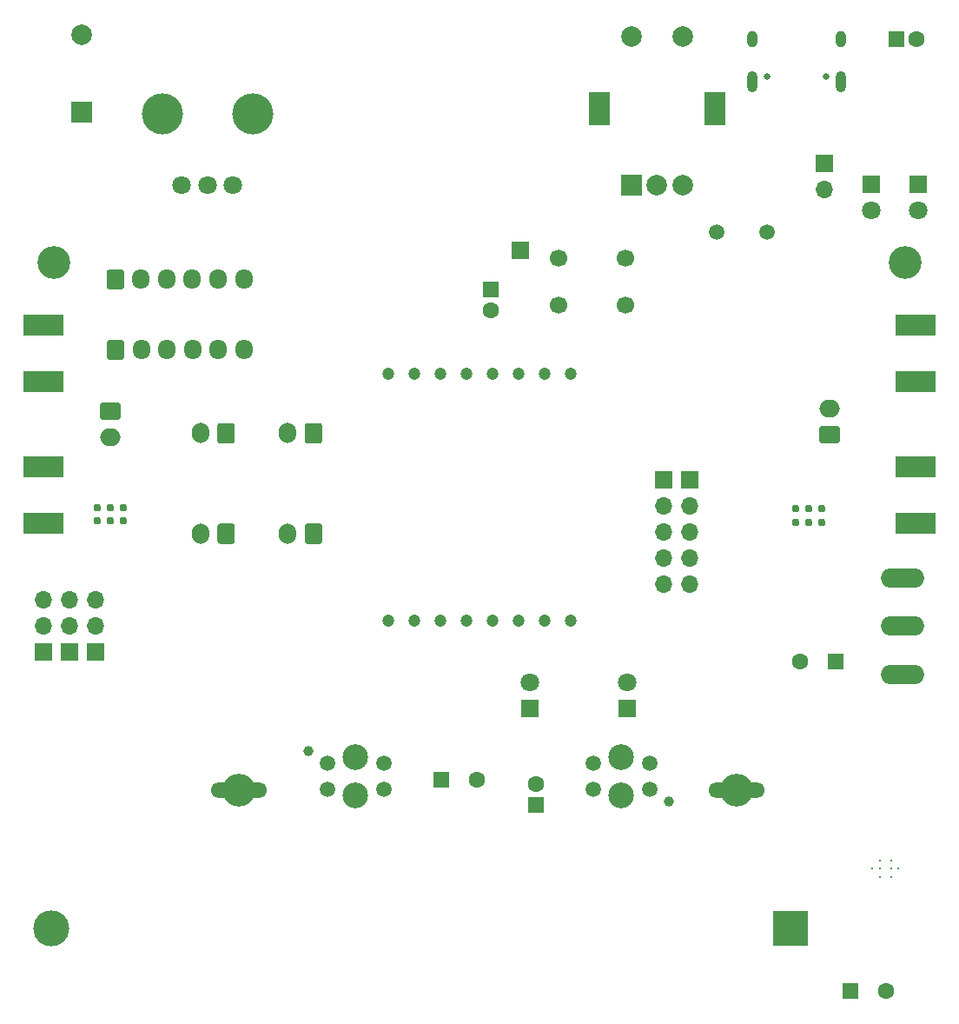
<source format=gbr>
%TF.GenerationSoftware,KiCad,Pcbnew,(5.1.9)-1*%
%TF.CreationDate,2021-03-19T23:07:52+01:00*%
%TF.ProjectId,Sergej_H00,53657267-656a-45f4-9830-302e6b696361,rev?*%
%TF.SameCoordinates,Original*%
%TF.FileFunction,Soldermask,Bot*%
%TF.FilePolarity,Negative*%
%FSLAX46Y46*%
G04 Gerber Fmt 4.6, Leading zero omitted, Abs format (unit mm)*
G04 Created by KiCad (PCBNEW (5.1.9)-1) date 2021-03-19 23:07:52*
%MOMM*%
%LPD*%
G01*
G04 APERTURE LIST*
%ADD10O,5.500000X1.500000*%
%ADD11O,1.700000X1.700000*%
%ADD12R,1.700000X1.700000*%
%ADD13R,3.500000X3.500000*%
%ADD14C,3.500000*%
%ADD15C,1.500000*%
%ADD16C,1.000000*%
%ADD17C,2.500000*%
%ADD18R,4.000000X2.000000*%
%ADD19C,1.200000*%
%ADD20O,1.000000X2.100000*%
%ADD21C,0.650000*%
%ADD22O,1.000000X1.600000*%
%ADD23C,0.300000*%
%ADD24C,3.200000*%
%ADD25O,4.200000X1.900000*%
%ADD26C,2.000000*%
%ADD27R,2.000000X2.000000*%
%ADD28C,1.600000*%
%ADD29R,1.600000X1.600000*%
%ADD30O,1.700000X1.950000*%
%ADD31C,1.800000*%
%ADD32R,1.800000X1.800000*%
%ADD33O,1.700000X2.000000*%
%ADD34O,2.000000X1.700000*%
%ADD35C,4.000000*%
%ADD36R,2.000000X3.200000*%
%ADD37C,0.770000*%
%ADD38C,1.700000*%
G04 APERTURE END LIST*
D10*
%TO.C,H6*%
X70100000Y-76000000D03*
%TD*%
%TO.C,H5*%
X21600000Y-76000000D03*
%TD*%
D11*
%TO.C,J16*%
X78613000Y-17526000D03*
D12*
X78613000Y-14986000D03*
%TD*%
%TO.C,J6*%
X49022000Y-23495000D03*
%TD*%
D13*
%TO.C,BT1*%
X75311000Y-89535000D03*
D14*
X3311000Y-89535000D03*
%TD*%
D15*
%TO.C,U8*%
X61598000Y-73406000D03*
X61598000Y-75946000D03*
X56098000Y-73406000D03*
X56098000Y-75946000D03*
D16*
X63498000Y-77126000D03*
D17*
X58848000Y-76576000D03*
X58848000Y-72776000D03*
%TD*%
D15*
%TO.C,U7*%
X30190000Y-75946000D03*
X30190000Y-73406000D03*
X35690000Y-75946000D03*
X35690000Y-73406000D03*
D16*
X28290000Y-72226000D03*
D17*
X32940000Y-72776000D03*
X32940000Y-76576000D03*
%TD*%
D18*
%TO.C,U12*%
X87500000Y-44500000D03*
X87500000Y-50000000D03*
%TD*%
%TO.C,U11*%
X87500000Y-30750000D03*
X87500000Y-36250000D03*
%TD*%
%TO.C,U10*%
X2500000Y-44500000D03*
X2500000Y-50000000D03*
%TD*%
%TO.C,U9*%
X2500000Y-30750000D03*
X2500000Y-36250000D03*
%TD*%
D19*
%TO.C,D5*%
X51350000Y-59500000D03*
X53890000Y-59500000D03*
X46270000Y-59500000D03*
X43730000Y-59500000D03*
X38650000Y-59500000D03*
X36110000Y-59500000D03*
X48810000Y-59500000D03*
X41190000Y-59500000D03*
X36110000Y-35500000D03*
X38650000Y-35500000D03*
X41190000Y-35500000D03*
X43730000Y-35500000D03*
X46270000Y-35500000D03*
X48810000Y-35500000D03*
X51350000Y-35500000D03*
X53890000Y-35500000D03*
%TD*%
D20*
%TO.C,J5*%
X71593000Y-7067000D03*
X80233000Y-7067000D03*
D21*
X78803000Y-6537000D03*
D22*
X80233000Y-2887000D03*
D21*
X73023000Y-6537000D03*
D22*
X71593000Y-2887000D03*
%TD*%
D23*
%TO.C,U5*%
X84057000Y-83693000D03*
X84057000Y-82918000D03*
X84057000Y-84468000D03*
X85107000Y-83693000D03*
X85107000Y-82918000D03*
X85107000Y-84468000D03*
X83307000Y-83693000D03*
X85857000Y-83693000D03*
%TD*%
D24*
%TO.C,H4*%
X86500000Y-24600000D03*
%TD*%
%TO.C,H3*%
X21600000Y-76000000D03*
%TD*%
%TO.C,H2*%
X70100000Y-76000000D03*
%TD*%
%TO.C,H1*%
X3500000Y-24600000D03*
%TD*%
D25*
%TO.C,SW3*%
X86233000Y-64770000D03*
X86233000Y-60071000D03*
X86233000Y-55372000D03*
%TD*%
D11*
%TO.C,J8*%
X7620000Y-57531000D03*
X7620000Y-60071000D03*
D12*
X7620000Y-62611000D03*
%TD*%
D26*
%TO.C,BZ1*%
X6223000Y-2433000D03*
D27*
X6223000Y-10033000D03*
%TD*%
D28*
%TO.C,C54*%
X50546000Y-75470000D03*
D29*
X50546000Y-77470000D03*
%TD*%
D28*
%TO.C,C49*%
X84653000Y-95631000D03*
D29*
X81153000Y-95631000D03*
%TD*%
D28*
%TO.C,C45*%
X46101000Y-29305000D03*
D29*
X46101000Y-27305000D03*
%TD*%
D28*
%TO.C,C57*%
X44775000Y-75057000D03*
D29*
X41275000Y-75057000D03*
%TD*%
D28*
%TO.C,C51*%
X87630000Y-2921000D03*
D29*
X85630000Y-2921000D03*
%TD*%
D28*
%TO.C,C52*%
X76256000Y-63500000D03*
D29*
X79756000Y-63500000D03*
%TD*%
D30*
%TO.C,J1*%
X22025000Y-26289000D03*
X19525000Y-26289000D03*
X17025000Y-26289000D03*
X14525000Y-26289000D03*
X12025000Y-26289000D03*
G36*
G01*
X8675000Y-27014000D02*
X8675000Y-25564000D01*
G75*
G02*
X8925000Y-25314000I250000J0D01*
G01*
X10125000Y-25314000D01*
G75*
G02*
X10375000Y-25564000I0J-250000D01*
G01*
X10375000Y-27014000D01*
G75*
G02*
X10125000Y-27264000I-250000J0D01*
G01*
X8925000Y-27264000D01*
G75*
G02*
X8675000Y-27014000I0J250000D01*
G01*
G37*
%TD*%
D31*
%TO.C,D2*%
X49911000Y-65532000D03*
D32*
X49911000Y-68072000D03*
%TD*%
D31*
%TO.C,D4*%
X87757000Y-19558000D03*
D32*
X87757000Y-17018000D03*
%TD*%
D31*
%TO.C,D3*%
X83185000Y-19558000D03*
D32*
X83185000Y-17018000D03*
%TD*%
D31*
%TO.C,D1*%
X59436000Y-65532000D03*
D32*
X59436000Y-68072000D03*
%TD*%
D11*
%TO.C,J4*%
X62992000Y-56007000D03*
X62992000Y-53467000D03*
X62992000Y-50927000D03*
X62992000Y-48387000D03*
D12*
X62992000Y-45847000D03*
%TD*%
D11*
%TO.C,J3*%
X65532000Y-56007000D03*
X65532000Y-53467000D03*
X65532000Y-50927000D03*
X65532000Y-48387000D03*
D12*
X65532000Y-45847000D03*
%TD*%
D33*
%TO.C,J10*%
X26329000Y-51054000D03*
G36*
G01*
X29679000Y-50304000D02*
X29679000Y-51804000D01*
G75*
G02*
X29429000Y-52054000I-250000J0D01*
G01*
X28229000Y-52054000D01*
G75*
G02*
X27979000Y-51804000I0J250000D01*
G01*
X27979000Y-50304000D01*
G75*
G02*
X28229000Y-50054000I250000J0D01*
G01*
X29429000Y-50054000D01*
G75*
G02*
X29679000Y-50304000I0J-250000D01*
G01*
G37*
%TD*%
%TO.C,J13*%
X17820000Y-51054000D03*
G36*
G01*
X21170000Y-50304000D02*
X21170000Y-51804000D01*
G75*
G02*
X20920000Y-52054000I-250000J0D01*
G01*
X19720000Y-52054000D01*
G75*
G02*
X19470000Y-51804000I0J250000D01*
G01*
X19470000Y-50304000D01*
G75*
G02*
X19720000Y-50054000I250000J0D01*
G01*
X20920000Y-50054000D01*
G75*
G02*
X21170000Y-50304000I0J-250000D01*
G01*
G37*
%TD*%
%TO.C,J14*%
X17820000Y-41275000D03*
G36*
G01*
X21170000Y-40525000D02*
X21170000Y-42025000D01*
G75*
G02*
X20920000Y-42275000I-250000J0D01*
G01*
X19720000Y-42275000D01*
G75*
G02*
X19470000Y-42025000I0J250000D01*
G01*
X19470000Y-40525000D01*
G75*
G02*
X19720000Y-40275000I250000J0D01*
G01*
X20920000Y-40275000D01*
G75*
G02*
X21170000Y-40525000I0J-250000D01*
G01*
G37*
%TD*%
D11*
%TO.C,J15*%
X2540000Y-57531000D03*
X2540000Y-60071000D03*
D12*
X2540000Y-62611000D03*
%TD*%
D33*
%TO.C,J11*%
X26329000Y-41275000D03*
G36*
G01*
X29679000Y-40525000D02*
X29679000Y-42025000D01*
G75*
G02*
X29429000Y-42275000I-250000J0D01*
G01*
X28229000Y-42275000D01*
G75*
G02*
X27979000Y-42025000I0J250000D01*
G01*
X27979000Y-40525000D01*
G75*
G02*
X28229000Y-40275000I250000J0D01*
G01*
X29429000Y-40275000D01*
G75*
G02*
X29679000Y-40525000I0J-250000D01*
G01*
G37*
%TD*%
D34*
%TO.C,J9*%
X79121000Y-38902000D03*
G36*
G01*
X79871000Y-42252000D02*
X78371000Y-42252000D01*
G75*
G02*
X78121000Y-42002000I0J250000D01*
G01*
X78121000Y-40802000D01*
G75*
G02*
X78371000Y-40552000I250000J0D01*
G01*
X79871000Y-40552000D01*
G75*
G02*
X80121000Y-40802000I0J-250000D01*
G01*
X80121000Y-42002000D01*
G75*
G02*
X79871000Y-42252000I-250000J0D01*
G01*
G37*
%TD*%
D11*
%TO.C,J12*%
X5080000Y-57531000D03*
X5080000Y-60071000D03*
D12*
X5080000Y-62611000D03*
%TD*%
D30*
%TO.C,J2*%
X22034500Y-33147000D03*
X19534500Y-33147000D03*
X17034500Y-33147000D03*
X14534500Y-33147000D03*
X12034500Y-33147000D03*
G36*
G01*
X8684500Y-33872000D02*
X8684500Y-32422000D01*
G75*
G02*
X8934500Y-32172000I250000J0D01*
G01*
X10134500Y-32172000D01*
G75*
G02*
X10384500Y-32422000I0J-250000D01*
G01*
X10384500Y-33872000D01*
G75*
G02*
X10134500Y-34122000I-250000J0D01*
G01*
X8934500Y-34122000D01*
G75*
G02*
X8684500Y-33872000I0J250000D01*
G01*
G37*
%TD*%
D34*
%TO.C,J7*%
X9017000Y-41616000D03*
G36*
G01*
X8267000Y-38266000D02*
X9767000Y-38266000D01*
G75*
G02*
X10017000Y-38516000I0J-250000D01*
G01*
X10017000Y-39716000D01*
G75*
G02*
X9767000Y-39966000I-250000J0D01*
G01*
X8267000Y-39966000D01*
G75*
G02*
X8017000Y-39716000I0J250000D01*
G01*
X8017000Y-38516000D01*
G75*
G02*
X8267000Y-38266000I250000J0D01*
G01*
G37*
%TD*%
D35*
%TO.C,RV1*%
X22900000Y-10145000D03*
X14100000Y-10145000D03*
D31*
X21000000Y-17145000D03*
X18500000Y-17145000D03*
X16000000Y-17145000D03*
%TD*%
D27*
%TO.C,SW1*%
X59817000Y-17145000D03*
D26*
X62317000Y-17145000D03*
X64817000Y-17145000D03*
D36*
X56717000Y-9645000D03*
X67917000Y-9645000D03*
D26*
X59817000Y-2645000D03*
X64817000Y-2645000D03*
%TD*%
D37*
%TO.C,U18*%
X78389000Y-48626000D03*
X78389000Y-49926000D03*
X75789000Y-48626000D03*
X77089000Y-48626000D03*
X77089000Y-49926000D03*
X75789000Y-49926000D03*
%TD*%
D38*
%TO.C,SW2*%
X52705000Y-24257000D03*
X59205000Y-24257000D03*
X52705000Y-28757000D03*
X59205000Y-28757000D03*
%TD*%
D37*
%TO.C,U16*%
X10317000Y-48514000D03*
X10317000Y-49814000D03*
X7717000Y-48514000D03*
X9017000Y-48514000D03*
X9017000Y-49814000D03*
X7717000Y-49814000D03*
%TD*%
D15*
%TO.C,Y1*%
X68145000Y-21717000D03*
X73025000Y-21717000D03*
%TD*%
M02*

</source>
